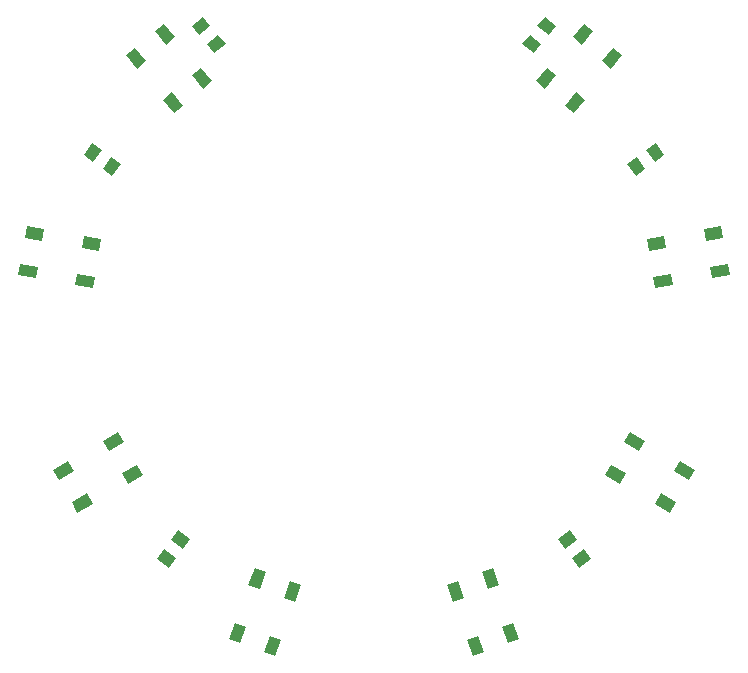
<source format=gbp>
G04 #@! TF.FileFunction,Paste,Bot*
%FSLAX46Y46*%
G04 Gerber Fmt 4.6, Leading zero omitted, Abs format (unit mm)*
G04 Created by KiCad (PCBNEW 4.0.6) date Saturday, June 09, 2018 'PMt' 06:08:09 PM*
%MOMM*%
%LPD*%
G01*
G04 APERTURE LIST*
%ADD10C,0.100000*%
G04 APERTURE END LIST*
D10*
G36*
X113514596Y-78050808D02*
X112557040Y-77247324D01*
X113199828Y-76481280D01*
X114157384Y-77284764D01*
X113514596Y-78050808D01*
X113514596Y-78050808D01*
G37*
G36*
X114800172Y-76518720D02*
X113842616Y-75715236D01*
X114485404Y-74949192D01*
X115442960Y-75752676D01*
X114800172Y-76518720D01*
X114800172Y-76518720D01*
G37*
G36*
X78580891Y-87376042D02*
X77846160Y-88387313D01*
X77037143Y-87799528D01*
X77771874Y-86788257D01*
X78580891Y-87376042D01*
X78580891Y-87376042D01*
G37*
G36*
X76962857Y-86200472D02*
X76228126Y-87211743D01*
X75419109Y-86623958D01*
X76153840Y-85612687D01*
X76962857Y-86200472D01*
X76962857Y-86200472D01*
G37*
G36*
X83376042Y-118419109D02*
X84387313Y-119153840D01*
X83799528Y-119962857D01*
X82788257Y-119228126D01*
X83376042Y-118419109D01*
X83376042Y-118419109D01*
G37*
G36*
X82200472Y-120037143D02*
X83211743Y-120771874D01*
X82623958Y-121580891D01*
X81612687Y-120846160D01*
X82200472Y-120037143D01*
X82200472Y-120037143D01*
G37*
G36*
X115612687Y-119153840D02*
X116623958Y-118419109D01*
X117211743Y-119228126D01*
X116200472Y-119962857D01*
X115612687Y-119153840D01*
X115612687Y-119153840D01*
G37*
G36*
X116788257Y-120771874D02*
X117799528Y-120037143D01*
X118387313Y-120846160D01*
X117376042Y-121580891D01*
X116788257Y-120771874D01*
X116788257Y-120771874D01*
G37*
G36*
X122153840Y-88387313D02*
X121419109Y-87376042D01*
X122228126Y-86788257D01*
X122962857Y-87799528D01*
X122153840Y-88387313D01*
X122153840Y-88387313D01*
G37*
G36*
X123771874Y-87211743D02*
X123037143Y-86200472D01*
X123846160Y-85612687D01*
X124580891Y-86623958D01*
X123771874Y-87211743D01*
X123771874Y-87211743D01*
G37*
G36*
X117605356Y-77307458D02*
X116839311Y-76664671D01*
X117803492Y-75515604D01*
X118569537Y-76158391D01*
X117605356Y-77307458D01*
X117605356Y-77307458D01*
G37*
G36*
X120056698Y-79364378D02*
X119290653Y-78721591D01*
X120254834Y-77572524D01*
X121020879Y-78215311D01*
X120056698Y-79364378D01*
X120056698Y-79364378D01*
G37*
G36*
X114455696Y-81061076D02*
X113689651Y-80418289D01*
X114653832Y-79269222D01*
X115419877Y-79912009D01*
X114455696Y-81061076D01*
X114455696Y-81061076D01*
G37*
G36*
X116907038Y-83117996D02*
X116140993Y-82475209D01*
X117105174Y-81326142D01*
X117871219Y-81968929D01*
X116907038Y-83117996D01*
X116907038Y-83117996D01*
G37*
G36*
X128072969Y-93933009D02*
X127899321Y-92948201D01*
X129376533Y-92687729D01*
X129550181Y-93672537D01*
X128072969Y-93933009D01*
X128072969Y-93933009D01*
G37*
G36*
X128628643Y-97084393D02*
X128454995Y-96099585D01*
X129932207Y-95839113D01*
X130105855Y-96823921D01*
X128628643Y-97084393D01*
X128628643Y-97084393D01*
G37*
G36*
X123247411Y-94783885D02*
X123073763Y-93799077D01*
X124550975Y-93538605D01*
X124724623Y-94523413D01*
X123247411Y-94783885D01*
X123247411Y-94783885D01*
G37*
G36*
X123803085Y-97935269D02*
X123629437Y-96950461D01*
X125106649Y-96689989D01*
X125280297Y-97674797D01*
X123803085Y-97935269D01*
X123803085Y-97935269D01*
G37*
G36*
X125404929Y-113397372D02*
X125904929Y-112531346D01*
X127203967Y-113281346D01*
X126703967Y-114147372D01*
X125404929Y-113397372D01*
X125404929Y-113397372D01*
G37*
G36*
X123804929Y-116168654D02*
X124304929Y-115302628D01*
X125603967Y-116052628D01*
X125103967Y-116918654D01*
X123804929Y-116168654D01*
X123804929Y-116168654D01*
G37*
G36*
X121161405Y-110947372D02*
X121661405Y-110081346D01*
X122960443Y-110831346D01*
X122460443Y-111697372D01*
X121161405Y-110947372D01*
X121161405Y-110947372D01*
G37*
G36*
X119561405Y-113718654D02*
X120061405Y-112852628D01*
X121360443Y-113602628D01*
X120860443Y-114468654D01*
X119561405Y-113718654D01*
X119561405Y-113718654D01*
G37*
G36*
X110849641Y-126592957D02*
X111789333Y-126250936D01*
X112302363Y-127660475D01*
X111362671Y-128002496D01*
X110849641Y-126592957D01*
X110849641Y-126592957D01*
G37*
G36*
X107842624Y-127687421D02*
X108782316Y-127345400D01*
X109295346Y-128754939D01*
X108355654Y-129096960D01*
X107842624Y-127687421D01*
X107842624Y-127687421D01*
G37*
G36*
X109173742Y-121988463D02*
X110113434Y-121646442D01*
X110626464Y-123055981D01*
X109686772Y-123398002D01*
X109173742Y-121988463D01*
X109173742Y-121988463D01*
G37*
G36*
X106166725Y-123082927D02*
X107106417Y-122740906D01*
X107619447Y-124150445D01*
X106679755Y-124492466D01*
X106166725Y-123082927D01*
X106166725Y-123082927D01*
G37*
G36*
X91217684Y-127345400D02*
X92157376Y-127687421D01*
X91644346Y-129096960D01*
X90704654Y-128754939D01*
X91217684Y-127345400D01*
X91217684Y-127345400D01*
G37*
G36*
X88210667Y-126250936D02*
X89150359Y-126592957D01*
X88637329Y-128002496D01*
X87697637Y-127660475D01*
X88210667Y-126250936D01*
X88210667Y-126250936D01*
G37*
G36*
X92893583Y-122740906D02*
X93833275Y-123082927D01*
X93320245Y-124492466D01*
X92380553Y-124150445D01*
X92893583Y-122740906D01*
X92893583Y-122740906D01*
G37*
G36*
X89886566Y-121646442D02*
X90826258Y-121988463D01*
X90313228Y-123398002D01*
X89373536Y-123055981D01*
X89886566Y-121646442D01*
X89886566Y-121646442D01*
G37*
G36*
X75695071Y-115302628D02*
X76195071Y-116168654D01*
X74896033Y-116918654D01*
X74396033Y-116052628D01*
X75695071Y-115302628D01*
X75695071Y-115302628D01*
G37*
G36*
X74095071Y-112531346D02*
X74595071Y-113397372D01*
X73296033Y-114147372D01*
X72796033Y-113281346D01*
X74095071Y-112531346D01*
X74095071Y-112531346D01*
G37*
G36*
X79938595Y-112852628D02*
X80438595Y-113718654D01*
X79139557Y-114468654D01*
X78639557Y-113602628D01*
X79938595Y-112852628D01*
X79938595Y-112852628D01*
G37*
G36*
X78338595Y-110081346D02*
X78838595Y-110947372D01*
X77539557Y-111697372D01*
X77039557Y-110831346D01*
X78338595Y-110081346D01*
X78338595Y-110081346D01*
G37*
G36*
X71545005Y-96099585D02*
X71371357Y-97084393D01*
X69894145Y-96823921D01*
X70067793Y-95839113D01*
X71545005Y-96099585D01*
X71545005Y-96099585D01*
G37*
G36*
X72100679Y-92948201D02*
X71927031Y-93933009D01*
X70449819Y-93672537D01*
X70623467Y-92687729D01*
X72100679Y-92948201D01*
X72100679Y-92948201D01*
G37*
G36*
X76370563Y-96950461D02*
X76196915Y-97935269D01*
X74719703Y-97674797D01*
X74893351Y-96689989D01*
X76370563Y-96950461D01*
X76370563Y-96950461D01*
G37*
G36*
X76926237Y-93799077D02*
X76752589Y-94783885D01*
X75275377Y-94523413D01*
X75449025Y-93538605D01*
X76926237Y-93799077D01*
X76926237Y-93799077D01*
G37*
G36*
X80709347Y-78721591D02*
X79943302Y-79364378D01*
X78979121Y-78215311D01*
X79745166Y-77572524D01*
X80709347Y-78721591D01*
X80709347Y-78721591D01*
G37*
G36*
X83160689Y-76664671D02*
X82394644Y-77307458D01*
X81430463Y-76158391D01*
X82196508Y-75515604D01*
X83160689Y-76664671D01*
X83160689Y-76664671D01*
G37*
G36*
X83859007Y-82475209D02*
X83092962Y-83117996D01*
X82128781Y-81968929D01*
X82894826Y-81326142D01*
X83859007Y-82475209D01*
X83859007Y-82475209D01*
G37*
G36*
X86310349Y-80418289D02*
X85544304Y-81061076D01*
X84580123Y-79912009D01*
X85346168Y-79269222D01*
X86310349Y-80418289D01*
X86310349Y-80418289D01*
G37*
G36*
X87442960Y-77247324D02*
X86485404Y-78050808D01*
X85842616Y-77284764D01*
X86800172Y-76481280D01*
X87442960Y-77247324D01*
X87442960Y-77247324D01*
G37*
G36*
X86157384Y-75715236D02*
X85199828Y-76518720D01*
X84557040Y-75752676D01*
X85514596Y-74949192D01*
X86157384Y-75715236D01*
X86157384Y-75715236D01*
G37*
M02*

</source>
